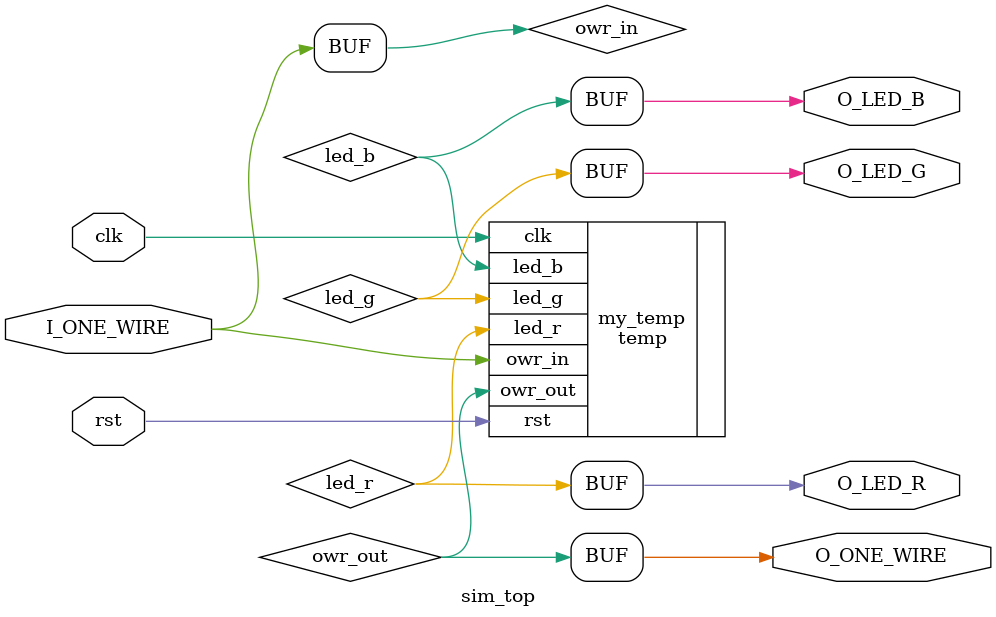
<source format=v>

module sim_top (
  input clk,
  input rst,
  output O_LED_R,
  output O_LED_G,
  output O_LED_B,
  input  I_ONE_WIRE,
  output O_ONE_WIRE
);
	wire clk, led_r, led_g, led_b, one_wire, owr_in, owr_out;

  // temperature sensor
	temp my_temp (
		.clk(clk),
		.rst(rst),
    .led_r(led_r),
    .led_g(led_g),
    .led_b(led_b),
    .owr_in(owr_in),
    .owr_out(owr_out)
	);
  defparam my_temp.CDR_N = 4; // small devider for simulation
  defparam my_temp.CDR_O = 0;  


  // Handle the inout
  //assign one_wire = out_enable == 1 ? pull_down:1'bz;
  assign O_ONE_WIRE = owr_out;
  assign owr_in = I_ONE_WIRE;

	assign O_LED_R = led_r;
	assign O_LED_G = led_g;
	assign O_LED_B = led_b;

endmodule

</source>
